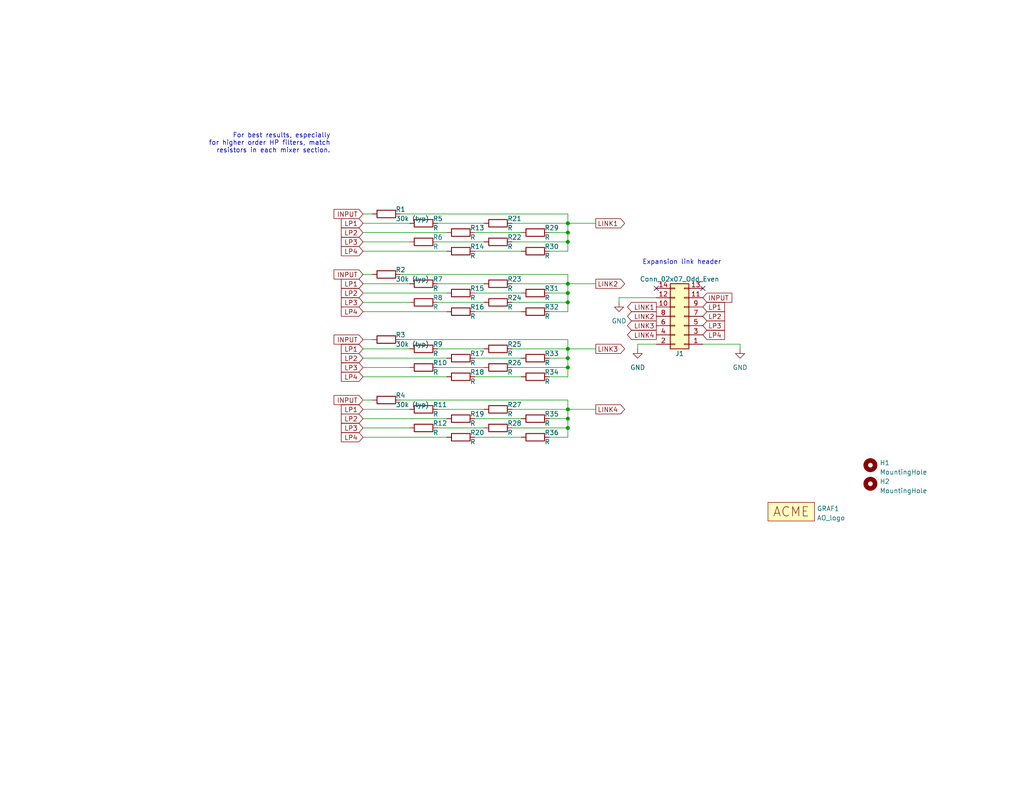
<source format=kicad_sch>
(kicad_sch (version 20221206) (generator eeschema)
  (paper "USLetter")
  (title_block (title "Pole mixing filter") (date "2022-03-29") (company "mods by Rich Holmes / Analog Output") (comment 1 "CC BY-NC-SA 4.0") (comment 2 "https://electricdruid.net/multimode-filters-part-2-pole-mixing-filters/") (comment 3 "Based on Electric Druid design "))
  (lib_symbols
    (symbol "Connector_Generic:Conn_02x07_Odd_Even" (pin_names (offset 1.016) hide)
      (property "Reference" "J" (at 1.27 10.16 0))
      (property "Value" "Conn_02x07_Odd_Even" (at 1.27 -10.16 0))
      (symbol "Conn_02x07_Odd_Even_1_1"
        (rectangle (start -1.27 -7.493) (end 0 -7.747) (stroke (width 0.1524)))
        (rectangle (start -1.27 -4.953) (end 0 -5.207) (stroke (width 0.1524)))
        (rectangle (start -1.27 -2.413) (end 0 -2.667) (stroke (width 0.1524)))
        (rectangle (start -1.27 0.127) (end 0 -0.127) (stroke (width 0.1524)))
        (rectangle (start -1.27 2.667) (end 0 2.413) (stroke (width 0.1524)))
        (rectangle (start -1.27 5.207) (end 0 4.953) (stroke (width 0.1524)))
        (rectangle (start -1.27 7.747) (end 0 7.493) (stroke (width 0.1524)))
        (rectangle (start -1.27 8.89) (end 3.81 -8.89) (stroke (width 0.254)) (fill (type background)))
        (rectangle (start 3.81 -7.493) (end 2.54 -7.747) (stroke (width 0.1524)))
        (rectangle (start 3.81 -4.953) (end 2.54 -5.207) (stroke (width 0.1524)))
        (rectangle (start 3.81 -2.413) (end 2.54 -2.667) (stroke (width 0.1524)))
        (rectangle (start 3.81 0.127) (end 2.54 -0.127) (stroke (width 0.1524)))
        (rectangle (start 3.81 2.667) (end 2.54 2.413) (stroke (width 0.1524)))
        (rectangle (start 3.81 5.207) (end 2.54 4.953) (stroke (width 0.1524)))
        (rectangle (start 3.81 7.747) (end 2.54 7.493) (stroke (width 0.1524)))
        (pin passive line (at -5.08 7.62 0) (length 3.81) (name "Pin_1") (number "1"))
        (pin passive line (at 7.62 -2.54 180) (length 3.81) (name "Pin_10") (number "10"))
        (pin passive line (at -5.08 -5.08 0) (length 3.81) (name "Pin_11") (number "11"))
        (pin passive line (at 7.62 -5.08 180) (length 3.81) (name "Pin_12") (number "12"))
        (pin passive line (at -5.08 -7.62 0) (length 3.81) (name "Pin_13") (number "13"))
        (pin passive line (at 7.62 -7.62 180) (length 3.81) (name "Pin_14") (number "14"))
        (pin passive line (at 7.62 7.62 180) (length 3.81) (name "Pin_2") (number "2"))
        (pin passive line (at -5.08 5.08 0) (length 3.81) (name "Pin_3") (number "3"))
        (pin passive line (at 7.62 5.08 180) (length 3.81) (name "Pin_4") (number "4"))
        (pin passive line (at -5.08 2.54 0) (length 3.81) (name "Pin_5") (number "5"))
        (pin passive line (at 7.62 2.54 180) (length 3.81) (name "Pin_6") (number "6"))
        (pin passive line (at -5.08 0 0) (length 3.81) (name "Pin_7") (number "7"))
        (pin passive line (at 7.62 0 180) (length 3.81) (name "Pin_8") (number "8"))
        (pin passive line (at -5.08 -2.54 0) (length 3.81) (name "Pin_9") (number "9"))
      )
    )
    (symbol "ao_symbols:Graphic" (pin_names (offset 1.016)) (in_bom no)
      (property "Reference" "GRAF" (at 0 -3.81 0))
      (property "Value" "Graphic" (at 0 3.81 0))
      (symbol "Graphic_0_0"
        (rectangle (start -6.35 2.54) (end 6.35 -2.54) (fill (type background)))
        (text "ACME" (at 0 0 0) (effects (font (size 2.54 2.54))))
      )
    )
    (symbol "ao_symbols:MountingHole" (pin_names (offset 1.016)) (in_bom no)
      (property "Reference" "H" (at 0 5.08 0))
      (property "Value" "MountingHole" (at 0 3.175 0))
      (symbol "MountingHole_0_1"
        (circle (center 0 0) (radius 1.27) (stroke (width 1.27)))
      )
    )
    (symbol "ao_symbols:R" (pin_numbers hide) (pin_names (offset 0))
      (property "Reference" "R" (at 2.032 0 90))
      (property "Value" "R" (at 0 0 90))
      (symbol "R_0_1"
        (rectangle (start -1.016 -2.54) (end 1.016 2.54) (stroke (width 0.254)))
      )
      (symbol "R_1_1"
        (pin passive line (at 0 3.81 270) (length 1.27) (name "~") (number "1"))
        (pin passive line (at 0 -3.81 90) (length 1.27) (name "~") (number "2"))
      )
    )
    (symbol "power:GND" (power) (pin_names (offset 0))
      (property "Value" "GND" (at 0 -3.81 0))
      (symbol "GND_0_1"
        (polyline (pts (xy 0 0) (xy 0 -1.27) (xy 1.27 -1.27) (xy 0 -2.54) (xy -1.27 -1.27) (xy 0 -1.27)))
      )
      (symbol "GND_1_1"
        (pin power_in line (at 0 0 270) (length 0) hide (name "GND") (number "1"))
      )
    )
  )
  (junction (at 154.94 82.55))
  (junction (at 154.94 95.25))
  (junction (at 154.94 80.01))
  (junction (at 154.94 116.84))
  (junction (at 154.94 100.33))
  (junction (at 154.94 77.47))
  (junction (at 154.94 97.79))
  (junction (at 154.94 63.5))
  (junction (at 154.94 114.3))
  (junction (at 154.94 66.04))
  (junction (at 154.94 111.76))
  (junction (at 154.94 60.96))
  (no_connect (at 191.77 78.74))
  (no_connect (at 179.07 78.74))
  (wire (pts (xy 109.22 92.71) (xy 154.94 92.71)))
  (wire (pts (xy 99.06 74.93) (xy 101.6 74.93)))
  (wire (pts (xy 99.06 68.58) (xy 121.92 68.58)))
  (wire (pts (xy 149.86 97.79) (xy 154.94 97.79)))
  (wire (pts (xy 99.06 95.25) (xy 111.76 95.25)))
  (wire (pts (xy 99.06 119.38) (xy 121.92 119.38)))
  (wire (pts (xy 154.94 66.04) (xy 154.94 68.58)))
  (wire (pts (xy 154.94 114.3) (xy 154.94 116.84)))
  (wire (pts (xy 119.38 95.25) (xy 132.08 95.25)))
  (wire (pts (xy 99.06 109.22) (xy 101.6 109.22)))
  (wire (pts (xy 99.06 97.79) (xy 121.92 97.79)))
  (wire (pts (xy 99.06 102.87) (xy 121.92 102.87)))
  (wire (pts (xy 129.54 114.3) (xy 142.24 114.3)))
  (wire (pts (xy 173.99 95.25) (xy 173.99 93.98)))
  (wire (pts (xy 139.7 82.55) (xy 154.94 82.55)))
  (wire (pts (xy 154.94 77.47) (xy 162.56 77.47)))
  (wire (pts (xy 99.06 85.09) (xy 121.92 85.09)))
  (wire (pts (xy 154.94 68.58) (xy 149.86 68.58)))
  (wire (pts (xy 139.7 116.84) (xy 154.94 116.84)))
  (wire (pts (xy 109.22 74.93) (xy 154.94 74.93)))
  (wire (pts (xy 99.06 63.5) (xy 121.92 63.5)))
  (wire (pts (xy 149.86 114.3) (xy 154.94 114.3)))
  (wire (pts (xy 154.94 100.33) (xy 154.94 102.87)))
  (wire (pts (xy 109.22 109.22) (xy 154.94 109.22)))
  (wire (pts (xy 139.7 77.47) (xy 154.94 77.47)))
  (wire (pts (xy 129.54 68.58) (xy 142.24 68.58)))
  (wire (pts (xy 119.38 60.96) (xy 132.08 60.96)))
  (wire (pts (xy 139.7 100.33) (xy 154.94 100.33)))
  (wire (pts (xy 129.54 119.38) (xy 142.24 119.38)))
  (wire (pts (xy 154.94 77.47) (xy 154.94 80.01)))
  (wire (pts (xy 154.94 80.01) (xy 154.94 82.55)))
  (wire (pts (xy 154.94 82.55) (xy 154.94 85.09)))
  (wire (pts (xy 139.7 60.96) (xy 154.94 60.96)))
  (wire (pts (xy 99.06 58.42) (xy 101.6 58.42)))
  (wire (pts (xy 154.94 74.93) (xy 154.94 77.47)))
  (wire (pts (xy 154.94 95.25) (xy 154.94 97.79)))
  (wire (pts (xy 119.38 77.47) (xy 132.08 77.47)))
  (wire (pts (xy 99.06 100.33) (xy 111.76 100.33)))
  (wire (pts (xy 119.38 100.33) (xy 132.08 100.33)))
  (wire (pts (xy 99.06 92.71) (xy 101.6 92.71)))
  (wire (pts (xy 154.94 109.22) (xy 154.94 111.76)))
  (wire (pts (xy 119.38 111.76) (xy 132.08 111.76)))
  (wire (pts (xy 154.94 58.42) (xy 154.94 60.96)))
  (wire (pts (xy 129.54 63.5) (xy 142.24 63.5)))
  (wire (pts (xy 119.38 116.84) (xy 132.08 116.84)))
  (wire (pts (xy 154.94 60.96) (xy 154.94 63.5)))
  (wire (pts (xy 201.93 93.98) (xy 201.93 95.25)))
  (wire (pts (xy 99.06 66.04) (xy 111.76 66.04)))
  (wire (pts (xy 149.86 63.5) (xy 154.94 63.5)))
  (wire (pts (xy 154.94 119.38) (xy 149.86 119.38)))
  (wire (pts (xy 99.06 116.84) (xy 111.76 116.84)))
  (wire (pts (xy 99.06 114.3) (xy 121.92 114.3)))
  (wire (pts (xy 109.22 58.42) (xy 154.94 58.42)))
  (wire (pts (xy 99.06 82.55) (xy 111.76 82.55)))
  (wire (pts (xy 119.38 66.04) (xy 132.08 66.04)))
  (wire (pts (xy 154.94 60.96) (xy 162.56 60.96)))
  (wire (pts (xy 154.94 63.5) (xy 154.94 66.04)))
  (wire (pts (xy 201.93 93.98) (xy 191.77 93.98)))
  (wire (pts (xy 154.94 102.87) (xy 149.86 102.87)))
  (wire (pts (xy 129.54 80.01) (xy 142.24 80.01)))
  (wire (pts (xy 154.94 95.25) (xy 162.56 95.25)))
  (wire (pts (xy 99.06 77.47) (xy 111.76 77.47)))
  (wire (pts (xy 129.54 102.87) (xy 142.24 102.87)))
  (wire (pts (xy 139.7 95.25) (xy 154.94 95.25)))
  (wire (pts (xy 154.94 85.09) (xy 149.86 85.09)))
  (wire (pts (xy 119.38 82.55) (xy 132.08 82.55)))
  (wire (pts (xy 139.7 111.76) (xy 154.94 111.76)))
  (wire (pts (xy 154.94 111.76) (xy 154.94 114.3)))
  (wire (pts (xy 129.54 85.09) (xy 142.24 85.09)))
  (wire (pts (xy 139.7 66.04) (xy 154.94 66.04)))
  (wire (pts (xy 173.99 93.98) (xy 179.07 93.98)))
  (wire (pts (xy 168.91 82.55) (xy 168.91 81.28)))
  (wire (pts (xy 99.06 60.96) (xy 111.76 60.96)))
  (wire (pts (xy 154.94 92.71) (xy 154.94 95.25)))
  (wire (pts (xy 154.94 111.76) (xy 162.56 111.76)))
  (wire (pts (xy 168.91 81.28) (xy 179.07 81.28)))
  (wire (pts (xy 149.86 80.01) (xy 154.94 80.01)))
  (wire (pts (xy 129.54 97.79) (xy 142.24 97.79)))
  (wire (pts (xy 99.06 111.76) (xy 111.76 111.76)))
  (wire (pts (xy 154.94 97.79) (xy 154.94 100.33)))
  (wire (pts (xy 154.94 116.84) (xy 154.94 119.38)))
  (wire (pts (xy 99.06 80.01) (xy 121.92 80.01)))
  (text "Expansion link header\n" (at 175.26 72.39 0) (effects (font (size 1.27 1.27)) (justify left bottom)))
  (text "For best results, especially\nfor higher order HP filters, match\nresistors in each mixer section." (at 90.17 41.91 0) (effects (font (size 1.27 1.27)) (justify right bottom)))
  (global_label "LINK4" (shape output) (at 179.07 91.44 180) (property "Intersheetrefs" "${INTERSHEET_REFS}" (effects hide)))
  (global_label "LINK3" (shape output) (at 162.56 95.25 0) (property "Intersheetrefs" "${INTERSHEET_REFS}" (effects hide)))
  (global_label "LP2" (shape input) (at 99.06 80.01 180) (property "Intersheetrefs" "${INTERSHEET_REFS}" (effects hide)))
  (global_label "LP3" (shape input) (at 99.06 82.55 180) (property "Intersheetrefs" "${INTERSHEET_REFS}" (effects hide)))
  (global_label "INPUT" (shape input) (at 99.06 58.42 180) (property "Intersheetrefs" "${INTERSHEET_REFS}" (effects hide)))
  (global_label "LINK2" (shape output) (at 162.56 77.47 0) (property "Intersheetrefs" "${INTERSHEET_REFS}" (effects hide)))
  (global_label "LP3" (shape input) (at 99.06 100.33 180) (property "Intersheetrefs" "${INTERSHEET_REFS}" (effects hide)))
  (global_label "LP4" (shape input) (at 99.06 68.58 180) (property "Intersheetrefs" "${INTERSHEET_REFS}" (effects hide)))
  (global_label "LP4" (shape input) (at 191.77 91.44 0) (property "Intersheetrefs" "${INTERSHEET_REFS}" (effects hide)))
  (global_label "INPUT" (shape input) (at 191.77 81.28 0) (property "Intersheetrefs" "${INTERSHEET_REFS}" (effects hide)))
  (global_label "LP4" (shape input) (at 99.06 119.38 180) (property "Intersheetrefs" "${INTERSHEET_REFS}" (effects hide)))
  (global_label "INPUT" (shape input) (at 99.06 109.22 180) (property "Intersheetrefs" "${INTERSHEET_REFS}" (effects hide)))
  (global_label "LP1" (shape input) (at 99.06 77.47 180) (property "Intersheetrefs" "${INTERSHEET_REFS}" (effects hide)))
  (global_label "LP3" (shape input) (at 191.77 88.9 0) (property "Intersheetrefs" "${INTERSHEET_REFS}" (effects hide)))
  (global_label "LP2" (shape input) (at 99.06 97.79 180) (property "Intersheetrefs" "${INTERSHEET_REFS}" (effects hide)))
  (global_label "LP3" (shape input) (at 99.06 66.04 180) (property "Intersheetrefs" "${INTERSHEET_REFS}" (effects hide)))
  (global_label "LINK1" (shape output) (at 179.07 83.82 180) (property "Intersheetrefs" "${INTERSHEET_REFS}" (effects hide)))
  (global_label "LINK2" (shape output) (at 179.07 86.36 180) (property "Intersheetrefs" "${INTERSHEET_REFS}" (effects hide)))
  (global_label "LP1" (shape input) (at 99.06 111.76 180) (property "Intersheetrefs" "${INTERSHEET_REFS}" (effects hide)))
  (global_label "LP4" (shape input) (at 99.06 102.87 180) (property "Intersheetrefs" "${INTERSHEET_REFS}" (effects hide)))
  (global_label "LP3" (shape input) (at 99.06 116.84 180) (property "Intersheetrefs" "${INTERSHEET_REFS}" (effects hide)))
  (global_label "LP2" (shape input) (at 99.06 114.3 180) (property "Intersheetrefs" "${INTERSHEET_REFS}" (effects hide)))
  (global_label "LP2" (shape input) (at 191.77 86.36 0) (property "Intersheetrefs" "${INTERSHEET_REFS}" (effects hide)))
  (global_label "LP4" (shape input) (at 99.06 85.09 180) (property "Intersheetrefs" "${INTERSHEET_REFS}" (effects hide)))
  (global_label "LINK3" (shape output) (at 179.07 88.9 180) (property "Intersheetrefs" "${INTERSHEET_REFS}" (effects hide)))
  (global_label "INPUT" (shape input) (at 99.06 92.71 180) (property "Intersheetrefs" "${INTERSHEET_REFS}" (effects hide)))
  (global_label "LP1" (shape input) (at 191.77 83.82 0) (property "Intersheetrefs" "${INTERSHEET_REFS}" (effects hide)))
  (global_label "INPUT" (shape input) (at 99.06 74.93 180) (property "Intersheetrefs" "${INTERSHEET_REFS}" (effects hide)))
  (global_label "LINK4" (shape output) (at 162.56 111.76 0) (property "Intersheetrefs" "${INTERSHEET_REFS}" (effects hide)))
  (global_label "LP1" (shape input) (at 99.06 95.25 180) (property "Intersheetrefs" "${INTERSHEET_REFS}" (effects hide)))
  (global_label "LINK1" (shape output) (at 162.56 60.96 0) (property "Intersheetrefs" "${INTERSHEET_REFS}" (effects hide)))
  (global_label "LP2" (shape input) (at 99.06 63.5 180) (property "Intersheetrefs" "${INTERSHEET_REFS}" (effects hide)))
  (global_label "LP1" (shape input) (at 99.06 60.96 180) (property "Intersheetrefs" "${INTERSHEET_REFS}" (effects hide)))
  (symbol (lib_id "ao_symbols:R") (at 115.57 116.84 90) (unit 1) (in_bom no)
    (property "Reference" "R12" (at 118.11 115.57 90) (effects (justify right)))
    (property "Value" "R" (at 118.11 118.11 90) (effects (justify right)))
    (property "Footprint" "ao_tht:R_Axial_DIN0207_L6.3mm_D2.5mm_P10.16mm_Horizontal" (effects hide))
    (property "Vendor" "Tayda" (effects hide))
  )
  (symbol (lib_id "ao_symbols:R") (at 135.89 100.33 90) (unit 1) (in_bom no)
    (property "Reference" "R26" (at 138.43 99.06 90) (effects (justify right)))
    (property "Value" "R" (at 138.43 101.6 90) (effects (justify right)))
    (property "Footprint" "ao_tht:R_Axial_DIN0207_L6.3mm_D2.5mm_P10.16mm_Horizontal" (effects hide))
    (property "Vendor" "Tayda" (effects hide))
  )
  (symbol (lib_id "ao_symbols:R") (at 146.05 119.38 90) (unit 1) (in_bom no)
    (property "Reference" "R36" (at 148.59 118.11 90) (effects (justify right)))
    (property "Value" "R" (at 148.59 120.65 90) (effects (justify right)))
    (property "Footprint" "ao_tht:R_Axial_DIN0207_L6.3mm_D2.5mm_P10.16mm_Horizontal" (effects hide))
    (property "Vendor" "Tayda" (effects hide))
  )
  (symbol (lib_id "ao_symbols:MountingHole") (at 237.49 132.08 0) (unit 1) (in_bom no)
    (property "Reference" "H2" (at 240.03 131.445 0) (effects (justify left)))
    (property "Value" "MountingHole" (at 240.03 133.985 0) (effects (justify left)))
    (property "Footprint" "ao_tht:MountingHole_3.2mm_M3" (effects hide))
    (property "Config" "DNF" (effects hide))
  )
  (symbol (lib_id "ao_symbols:R") (at 115.57 77.47 90) (unit 1)
    (property "Reference" "R7" (at 118.11 76.2 90) (effects (justify right)))
    (property "Value" "R" (at 118.11 78.74 90) (effects (justify right)))
    (property "Footprint" "ao_tht:R_Axial_DIN0207_L6.3mm_D2.5mm_P10.16mm_Horizontal" (effects hide))
    (property "Vendor" "Tayda" (effects hide))
  )
  (symbol (lib_id "ao_symbols:R") (at 146.05 68.58 90) (unit 1) (in_bom no)
    (property "Reference" "R30" (at 148.59 67.31 90) (effects (justify right)))
    (property "Value" "R" (at 148.59 69.85 90) (effects (justify right)))
    (property "Footprint" "ao_tht:R_Axial_DIN0207_L6.3mm_D2.5mm_P10.16mm_Horizontal" (effects hide))
    (property "Vendor" "Tayda" (effects hide))
  )
  (symbol (lib_id "ao_symbols:R") (at 135.89 82.55 90) (unit 1) (in_bom no)
    (property "Reference" "R24" (at 138.43 81.28 90) (effects (justify right)))
    (property "Value" "R" (at 138.43 83.82 90) (effects (justify right)))
    (property "Footprint" "ao_tht:R_Axial_DIN0207_L6.3mm_D2.5mm_P10.16mm_Horizontal" (effects hide))
    (property "Vendor" "Tayda" (effects hide))
  )
  (symbol (lib_id "ao_symbols:MountingHole") (at 237.49 127 0) (unit 1) (in_bom no)
    (property "Reference" "H1" (at 240.03 126.365 0) (effects (justify left)))
    (property "Value" "MountingHole" (at 240.03 128.905 0) (effects (justify left)))
    (property "Footprint" "ao_tht:MountingHole_3.2mm_M3" (effects hide))
    (property "Config" "DNF" (effects hide))
  )
  (symbol (lib_id "Connector_Generic:Conn_02x07_Odd_Even") (at 186.69 86.36 180) (unit 1)
    (property "Reference" "J1" (at 185.42 96.52 0))
    (property "Value" "Conn_02x07_Odd_Even" (at 185.42 76.2 0))
    (property "Footprint" "Connector_PinSocket_2.54mm:PinSocket_2x07_P2.54mm_Vertical" (effects hide))
  )
  (symbol (lib_id "ao_symbols:R") (at 105.41 92.71 90) (unit 1)
    (property "Reference" "R3" (at 107.95 91.44 90) (effects (justify right)))
    (property "Value" "30k (typ)" (at 107.95 93.98 90) (effects (justify right)))
    (property "Footprint" "ao_tht:R_Axial_DIN0207_L6.3mm_D2.5mm_P10.16mm_Horizontal" (effects hide))
    (property "Vendor" "Tayda" (effects hide))
  )
  (symbol (lib_id "ao_symbols:R") (at 125.73 119.38 90) (unit 1) (in_bom no)
    (property "Reference" "R20" (at 128.27 118.11 90) (effects (justify right)))
    (property "Value" "R" (at 128.27 120.65 90) (effects (justify right)))
    (property "Footprint" "ao_tht:R_Axial_DIN0207_L6.3mm_D2.5mm_P10.16mm_Horizontal" (effects hide))
    (property "Vendor" "Tayda" (effects hide))
  )
  (symbol (lib_id "ao_symbols:R") (at 146.05 97.79 90) (unit 1) (in_bom no)
    (property "Reference" "R33" (at 148.59 96.52 90) (effects (justify right)))
    (property "Value" "R" (at 148.59 99.06 90) (effects (justify right)))
    (property "Footprint" "ao_tht:R_Axial_DIN0207_L6.3mm_D2.5mm_P10.16mm_Horizontal" (effects hide))
    (property "Vendor" "Tayda" (effects hide))
  )
  (symbol (lib_id "ao_symbols:R") (at 105.41 58.42 90) (unit 1)
    (property "Reference" "R1" (at 107.95 57.15 90) (effects (justify right)))
    (property "Value" "30k (typ)" (at 107.95 59.69 90) (effects (justify right)))
    (property "Footprint" "ao_tht:R_Axial_DIN0207_L6.3mm_D2.5mm_P10.16mm_Horizontal" (effects hide))
    (property "Vendor" "Tayda" (effects hide))
  )
  (symbol (lib_id "ao_symbols:R") (at 135.89 60.96 90) (unit 1) (in_bom no)
    (property "Reference" "R21" (at 138.43 59.69 90) (effects (justify right)))
    (property "Value" "R" (at 138.43 62.23 90) (effects (justify right)))
    (property "Footprint" "ao_tht:R_Axial_DIN0207_L6.3mm_D2.5mm_P10.16mm_Horizontal" (effects hide))
    (property "Vendor" "Tayda" (effects hide))
  )
  (symbol (lib_id "ao_symbols:R") (at 146.05 63.5 90) (unit 1) (in_bom no)
    (property "Reference" "R29" (at 148.59 62.23 90) (effects (justify right)))
    (property "Value" "R" (at 148.59 64.77 90) (effects (justify right)))
    (property "Footprint" "ao_tht:R_Axial_DIN0207_L6.3mm_D2.5mm_P10.16mm_Horizontal" (effects hide))
    (property "Vendor" "Tayda" (effects hide))
  )
  (symbol (lib_id "power:GND") (at 168.91 82.55 0) (unit 1)
    (property "Reference" "#PWR071" (effects hide))
    (property "Value" "GND" (at 168.91 87.63 0))
  )
  (symbol (lib_id "ao_symbols:R") (at 125.73 63.5 90) (unit 1)
    (property "Reference" "R13" (at 128.27 62.23 90) (effects (justify right)))
    (property "Value" "R" (at 128.27 64.77 90) (effects (justify right)))
    (property "Footprint" "ao_tht:R_Axial_DIN0207_L6.3mm_D2.5mm_P10.16mm_Horizontal" (effects hide))
    (property "Vendor" "Tayda" (effects hide))
  )
  (symbol (lib_id "ao_symbols:R") (at 105.41 109.22 90) (unit 1)
    (property "Reference" "R4" (at 107.95 107.95 90) (effects (justify right)))
    (property "Value" "30k (typ)" (at 107.95 110.49 90) (effects (justify right)))
    (property "Footprint" "ao_tht:R_Axial_DIN0207_L6.3mm_D2.5mm_P10.16mm_Horizontal" (effects hide))
    (property "Vendor" "Tayda" (effects hide))
  )
  (symbol (lib_id "ao_symbols:R") (at 125.73 102.87 90) (unit 1) (in_bom no)
    (property "Reference" "R18" (at 128.27 101.6 90) (effects (justify right)))
    (property "Value" "R" (at 128.27 104.14 90) (effects (justify right)))
    (property "Footprint" "ao_tht:R_Axial_DIN0207_L6.3mm_D2.5mm_P10.16mm_Horizontal" (effects hide))
    (property "Vendor" "Tayda" (effects hide))
  )
  (symbol (lib_id "ao_symbols:R") (at 125.73 97.79 90) (unit 1)
    (property "Reference" "R17" (at 128.27 96.52 90) (effects (justify right)))
    (property "Value" "R" (at 128.27 99.06 90) (effects (justify right)))
    (property "Footprint" "ao_tht:R_Axial_DIN0207_L6.3mm_D2.5mm_P10.16mm_Horizontal" (effects hide))
    (property "Vendor" "Tayda" (effects hide))
  )
  (symbol (lib_id "power:GND") (at 201.93 95.25 0) (mirror y) (unit 1)
    (property "Reference" "#PWR035" (effects hide))
    (property "Value" "GND" (at 201.93 100.33 0))
  )
  (symbol (lib_id "ao_symbols:Graphic") (at 215.9 139.7 0) (unit 1) (in_bom no)
    (property "Reference" "GRAF1" (at 222.885 138.8653 0) (effects (justify left)))
    (property "Value" "AO_logo" (at 222.885 141.4022 0) (effects (justify left)))
    (property "Footprint" "ao_tht:analogoutput_12mm" (effects hide))
    (property "Config" "DNF" (effects hide))
  )
  (symbol (lib_id "ao_symbols:R") (at 115.57 82.55 90) (unit 1) (in_bom no)
    (property "Reference" "R8" (at 118.11 81.28 90) (effects (justify right)))
    (property "Value" "R" (at 118.11 83.82 90) (effects (justify right)))
    (property "Footprint" "ao_tht:R_Axial_DIN0207_L6.3mm_D2.5mm_P10.16mm_Horizontal" (effects hide))
    (property "Vendor" "Tayda" (effects hide))
  )
  (symbol (lib_id "ao_symbols:R") (at 115.57 95.25 90) (unit 1)
    (property "Reference" "R9" (at 118.11 93.98 90) (effects (justify right)))
    (property "Value" "R" (at 118.11 96.52 90) (effects (justify right)))
    (property "Footprint" "ao_tht:R_Axial_DIN0207_L6.3mm_D2.5mm_P10.16mm_Horizontal" (effects hide))
    (property "Vendor" "Tayda" (effects hide))
  )
  (symbol (lib_id "ao_symbols:R") (at 115.57 111.76 90) (unit 1)
    (property "Reference" "R11" (at 118.11 110.49 90) (effects (justify right)))
    (property "Value" "R" (at 118.11 113.03 90) (effects (justify right)))
    (property "Footprint" "ao_tht:R_Axial_DIN0207_L6.3mm_D2.5mm_P10.16mm_Horizontal" (effects hide))
    (property "Vendor" "Tayda" (effects hide))
  )
  (symbol (lib_id "ao_symbols:R") (at 135.89 66.04 90) (unit 1) (in_bom no)
    (property "Reference" "R22" (at 138.43 64.77 90) (effects (justify right)))
    (property "Value" "R" (at 138.43 67.31 90) (effects (justify right)))
    (property "Footprint" "ao_tht:R_Axial_DIN0207_L6.3mm_D2.5mm_P10.16mm_Horizontal" (effects hide))
    (property "Vendor" "Tayda" (effects hide))
  )
  (symbol (lib_id "ao_symbols:R") (at 115.57 60.96 90) (unit 1)
    (property "Reference" "R5" (at 118.11 59.69 90) (effects (justify right)))
    (property "Value" "R" (at 118.11 62.23 90) (effects (justify right)))
    (property "Footprint" "ao_tht:R_Axial_DIN0207_L6.3mm_D2.5mm_P10.16mm_Horizontal" (effects hide))
    (property "Vendor" "Tayda" (effects hide))
  )
  (symbol (lib_id "ao_symbols:R") (at 146.05 85.09 90) (unit 1) (in_bom no)
    (property "Reference" "R32" (at 148.59 83.82 90) (effects (justify right)))
    (property "Value" "R" (at 148.59 86.36 90) (effects (justify right)))
    (property "Footprint" "ao_tht:R_Axial_DIN0207_L6.3mm_D2.5mm_P10.16mm_Horizontal" (effects hide))
    (property "Vendor" "Tayda" (effects hide))
  )
  (symbol (lib_id "ao_symbols:R") (at 125.73 68.58 90) (unit 1) (in_bom no)
    (property "Reference" "R14" (at 128.27 67.31 90) (effects (justify right)))
    (property "Value" "R" (at 128.27 69.85 90) (effects (justify right)))
    (property "Footprint" "ao_tht:R_Axial_DIN0207_L6.3mm_D2.5mm_P10.16mm_Horizontal" (effects hide))
    (property "Vendor" "Tayda" (effects hide))
  )
  (symbol (lib_id "ao_symbols:R") (at 146.05 80.01 90) (unit 1) (in_bom no)
    (property "Reference" "R31" (at 148.59 78.74 90) (effects (justify right)))
    (property "Value" "R" (at 148.59 81.28 90) (effects (justify right)))
    (property "Footprint" "ao_tht:R_Axial_DIN0207_L6.3mm_D2.5mm_P10.16mm_Horizontal" (effects hide))
    (property "Vendor" "Tayda" (effects hide))
  )
  (symbol (lib_id "ao_symbols:R") (at 146.05 102.87 90) (unit 1) (in_bom no)
    (property "Reference" "R34" (at 148.59 101.6 90) (effects (justify right)))
    (property "Value" "R" (at 148.59 104.14 90) (effects (justify right)))
    (property "Footprint" "ao_tht:R_Axial_DIN0207_L6.3mm_D2.5mm_P10.16mm_Horizontal" (effects hide))
    (property "Vendor" "Tayda" (effects hide))
  )
  (symbol (lib_id "ao_symbols:R") (at 115.57 66.04 90) (unit 1) (in_bom no)
    (property "Reference" "R6" (at 118.11 64.77 90) (effects (justify right)))
    (property "Value" "R" (at 118.11 67.31 90) (effects (justify right)))
    (property "Footprint" "ao_tht:R_Axial_DIN0207_L6.3mm_D2.5mm_P10.16mm_Horizontal" (effects hide))
    (property "Vendor" "Tayda" (effects hide))
  )
  (symbol (lib_id "ao_symbols:R") (at 135.89 111.76 90) (unit 1) (in_bom no)
    (property "Reference" "R27" (at 138.43 110.49 90) (effects (justify right)))
    (property "Value" "R" (at 138.43 113.03 90) (effects (justify right)))
    (property "Footprint" "ao_tht:R_Axial_DIN0207_L6.3mm_D2.5mm_P10.16mm_Horizontal" (effects hide))
    (property "Vendor" "Tayda" (effects hide))
  )
  (symbol (lib_id "ao_symbols:R") (at 125.73 114.3 90) (unit 1)
    (property "Reference" "R19" (at 128.27 113.03 90) (effects (justify right)))
    (property "Value" "R" (at 128.27 115.57 90) (effects (justify right)))
    (property "Footprint" "ao_tht:R_Axial_DIN0207_L6.3mm_D2.5mm_P10.16mm_Horizontal" (effects hide))
    (property "Vendor" "Tayda" (effects hide))
  )
  (symbol (lib_id "ao_symbols:R") (at 135.89 116.84 90) (unit 1) (in_bom no)
    (property "Reference" "R28" (at 138.43 115.57 90) (effects (justify right)))
    (property "Value" "R" (at 138.43 118.11 90) (effects (justify right)))
    (property "Footprint" "ao_tht:R_Axial_DIN0207_L6.3mm_D2.5mm_P10.16mm_Horizontal" (effects hide))
    (property "Vendor" "Tayda" (effects hide))
  )
  (symbol (lib_id "power:GND") (at 173.99 95.25 0) (unit 1)
    (property "Reference" "#PWR038" (effects hide))
    (property "Value" "GND" (at 173.99 100.33 0))
  )
  (symbol (lib_id "ao_symbols:R") (at 135.89 95.25 90) (unit 1) (in_bom no)
    (property "Reference" "R25" (at 138.43 93.98 90) (effects (justify right)))
    (property "Value" "R" (at 138.43 96.52 90) (effects (justify right)))
    (property "Footprint" "ao_tht:R_Axial_DIN0207_L6.3mm_D2.5mm_P10.16mm_Horizontal" (effects hide))
    (property "Vendor" "Tayda" (effects hide))
  )
  (symbol (lib_id "ao_symbols:R") (at 115.57 100.33 90) (unit 1) (in_bom no)
    (property "Reference" "R10" (at 118.11 99.06 90) (effects (justify right)))
    (property "Value" "R" (at 118.11 101.6 90) (effects (justify right)))
    (property "Footprint" "ao_tht:R_Axial_DIN0207_L6.3mm_D2.5mm_P10.16mm_Horizontal" (effects hide))
    (property "Vendor" "Tayda" (effects hide))
  )
  (symbol (lib_id "ao_symbols:R") (at 125.73 80.01 90) (unit 1)
    (property "Reference" "R15" (at 128.27 78.74 90) (effects (justify right)))
    (property "Value" "R" (at 128.27 81.28 90) (effects (justify right)))
    (property "Footprint" "ao_tht:R_Axial_DIN0207_L6.3mm_D2.5mm_P10.16mm_Horizontal" (effects hide))
    (property "Vendor" "Tayda" (effects hide))
  )
  (symbol (lib_id "ao_symbols:R") (at 135.89 77.47 90) (unit 1) (in_bom no)
    (property "Reference" "R23" (at 138.43 76.2 90) (effects (justify right)))
    (property "Value" "R" (at 138.43 78.74 90) (effects (justify right)))
    (property "Footprint" "ao_tht:R_Axial_DIN0207_L6.3mm_D2.5mm_P10.16mm_Horizontal" (effects hide))
    (property "Vendor" "Tayda" (effects hide))
  )
  (symbol (lib_id "ao_symbols:R") (at 105.41 74.93 90) (unit 1)
    (property "Reference" "R2" (at 107.95 73.66 90) (effects (justify right)))
    (property "Value" "30k (typ)" (at 107.95 76.2 90) (effects (justify right)))
    (property "Footprint" "ao_tht:R_Axial_DIN0207_L6.3mm_D2.5mm_P10.16mm_Horizontal" (effects hide))
    (property "Vendor" "Tayda" (effects hide))
  )
  (symbol (lib_id "ao_symbols:R") (at 125.73 85.09 90) (unit 1) (in_bom no)
    (property "Reference" "R16" (at 128.27 83.82 90) (effects (justify right)))
    (property "Value" "R" (at 128.27 86.36 90) (effects (justify right)))
    (property "Footprint" "ao_tht:R_Axial_DIN0207_L6.3mm_D2.5mm_P10.16mm_Horizontal" (effects hide))
    (property "Vendor" "Tayda" (effects hide))
  )
  (symbol (lib_id "ao_symbols:R") (at 146.05 114.3 90) (unit 1) (in_bom no)
    (property "Reference" "R35" (at 148.59 113.03 90) (effects (justify right)))
    (property "Value" "R" (at 148.59 115.57 90) (effects (justify right)))
    (property "Footprint" "ao_tht:R_Axial_DIN0207_L6.3mm_D2.5mm_P10.16mm_Horizontal" (effects hide))
    (property "Vendor" "Tayda" (effects hide))
  )
)
</source>
